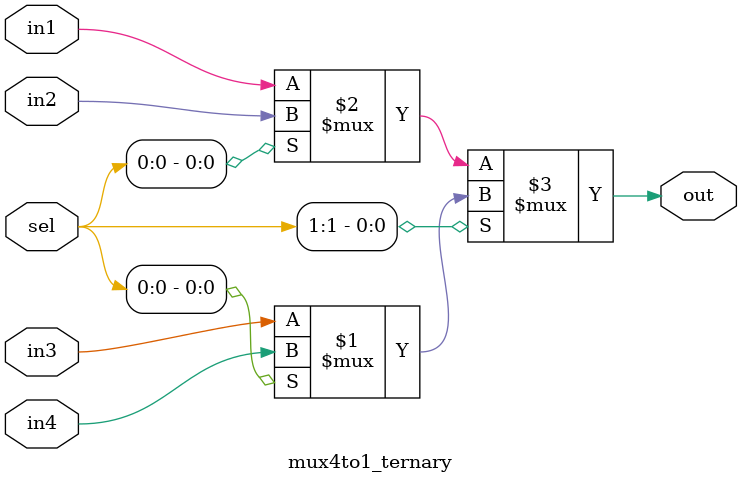
<source format=v>
module mux2to1 (
    input a, b,
    input sel,
    output out
);
    wire out1, out2;
    wire not_sel;

  // Gate level || out = a & (~sel) + b & sel;
  	not not1(not_sel, sel);
  	and a1(out1,a,not_sel);
    and a2(out2,b,sel);
    or or1(out,out1,out2);

endmodule

//----------------------------------Mux 4 to 1 using mux 2 to 1------------------------------------------------//
module mux4to1_logicgate (
    input in1, in2, in3, in4,
  	input [1:0] sel,
    output out
);
    wire out1, out2;
    mux2to1 mux1(
        .a(in1),
        .b(in2),
      	.sel(sel[0]),
        .out(out1)
    );

    mux2to1 mux2(
        .a(in3),
        .b(in4),
      	.sel(sel[0]),
        .out(out2)
    );

    mux2to1 mux3(
        .a(out1),
        .b(out2),
      	.sel(sel[1]),
        .out(out)
    );

endmodule 

//-----------------------------Ternary Operator----------------------------------//
module mux2to1_ternary(
    input a, b,
    input sel,
    output out
);
    assign out = (sel) ? b : a;
endmodule

//-----------------------------mux 4 to 1 using Ternary operator------------------//
module mux4to1_ternary(
    input in1, in2, in3, in4,
    input [1:0] sel,
    output out
);
  	assign out = sel[1] ? (sel[0] ? in4 : in3) : (sel[0] ? in2 : in1);
endmodule
</source>
